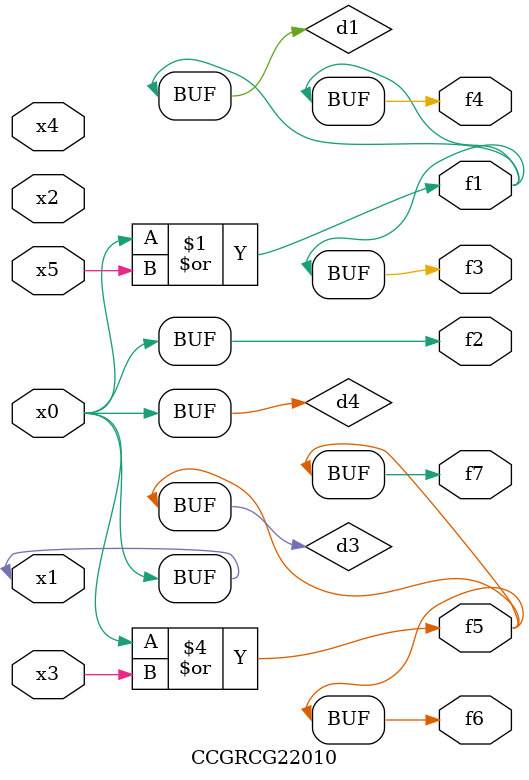
<source format=v>
module CCGRCG22010(
	input x0, x1, x2, x3, x4, x5,
	output f1, f2, f3, f4, f5, f6, f7
);

	wire d1, d2, d3, d4;

	or (d1, x0, x5);
	xnor (d2, x1, x4);
	or (d3, x0, x3);
	buf (d4, x0, x1);
	assign f1 = d1;
	assign f2 = d4;
	assign f3 = d1;
	assign f4 = d1;
	assign f5 = d3;
	assign f6 = d3;
	assign f7 = d3;
endmodule

</source>
